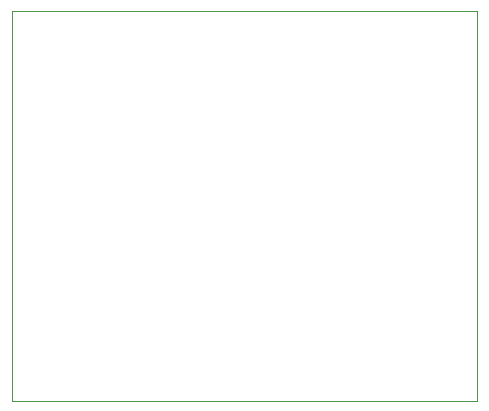
<source format=gm1>
G04 #@! TF.GenerationSoftware,KiCad,Pcbnew,(6.0.5)*
G04 #@! TF.CreationDate,2022-06-23T10:44:57+02:00*
G04 #@! TF.ProjectId,splitter,73706c69-7474-4657-922e-6b696361645f,rev?*
G04 #@! TF.SameCoordinates,Original*
G04 #@! TF.FileFunction,Profile,NP*
%FSLAX46Y46*%
G04 Gerber Fmt 4.6, Leading zero omitted, Abs format (unit mm)*
G04 Created by KiCad (PCBNEW (6.0.5)) date 2022-06-23 10:44:57*
%MOMM*%
%LPD*%
G01*
G04 APERTURE LIST*
G04 #@! TA.AperFunction,Profile*
%ADD10C,0.100000*%
G04 #@! TD*
G04 APERTURE END LIST*
D10*
X105410000Y-80010000D02*
X144780000Y-80010000D01*
X144780000Y-80010000D02*
X144780000Y-113030000D01*
X144780000Y-113030000D02*
X105410000Y-113030000D01*
X105410000Y-113030000D02*
X105410000Y-80010000D01*
M02*

</source>
